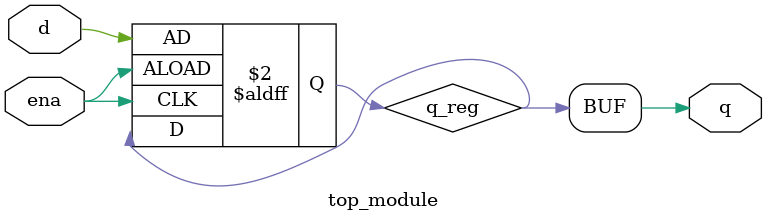
<source format=sv>
module top_module (
    input d,
    input ena,
    output logic q
);

    reg q_reg;

    always @(posedge ena, negedge ena) begin
        if (ena) begin
            q_reg <= d;
        end else begin
            q_reg <= q_reg;
        end
    end

    assign q = q_reg;

endmodule

</source>
